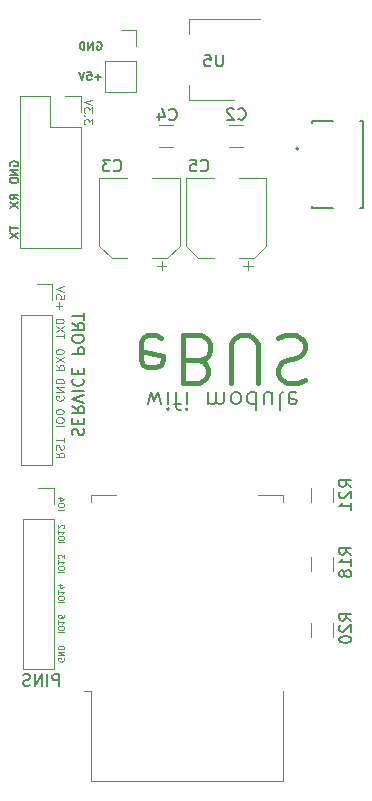
<source format=gbr>
%TF.GenerationSoftware,KiCad,Pcbnew,5.1.5+dfsg1-2build2*%
%TF.CreationDate,2021-11-04T20:27:46+01:00*%
%TF.ProjectId,ebus-esp,65627573-2d65-4737-902e-6b696361645f,rev?*%
%TF.SameCoordinates,Original*%
%TF.FileFunction,Legend,Bot*%
%TF.FilePolarity,Positive*%
%FSLAX46Y46*%
G04 Gerber Fmt 4.6, Leading zero omitted, Abs format (unit mm)*
G04 Created by KiCad (PCBNEW 5.1.5+dfsg1-2build2) date 2021-11-04 20:27:46*
%MOMM*%
%LPD*%
G04 APERTURE LIST*
%ADD10C,0.125000*%
%ADD11C,0.150000*%
%ADD12C,0.200000*%
%ADD13C,0.400000*%
%ADD14C,0.120000*%
%ADD15C,0.127000*%
G04 APERTURE END LIST*
D10*
X101627809Y-125341000D02*
X102127809Y-125341000D01*
X102127809Y-125007666D02*
X102127809Y-124912428D01*
X102104000Y-124864809D01*
X102056380Y-124817190D01*
X101961142Y-124793380D01*
X101794476Y-124793380D01*
X101699238Y-124817190D01*
X101651619Y-124864809D01*
X101627809Y-124912428D01*
X101627809Y-125007666D01*
X101651619Y-125055285D01*
X101699238Y-125102904D01*
X101794476Y-125126714D01*
X101961142Y-125126714D01*
X102056380Y-125102904D01*
X102104000Y-125055285D01*
X102127809Y-125007666D01*
X101961142Y-124364809D02*
X101627809Y-124364809D01*
X102151619Y-124483857D02*
X101794476Y-124602904D01*
X101794476Y-124293380D01*
X101627809Y-128119095D02*
X102127809Y-128119095D01*
X102127809Y-127785761D02*
X102127809Y-127690523D01*
X102104000Y-127642904D01*
X102056380Y-127595285D01*
X101961142Y-127571476D01*
X101794476Y-127571476D01*
X101699238Y-127595285D01*
X101651619Y-127642904D01*
X101627809Y-127690523D01*
X101627809Y-127785761D01*
X101651619Y-127833380D01*
X101699238Y-127881000D01*
X101794476Y-127904809D01*
X101961142Y-127904809D01*
X102056380Y-127881000D01*
X102104000Y-127833380D01*
X102127809Y-127785761D01*
X101627809Y-127095285D02*
X101627809Y-127381000D01*
X101627809Y-127238142D02*
X102127809Y-127238142D01*
X102056380Y-127285761D01*
X102008761Y-127333380D01*
X101984952Y-127381000D01*
X102080190Y-126904809D02*
X102104000Y-126881000D01*
X102127809Y-126833380D01*
X102127809Y-126714333D01*
X102104000Y-126666714D01*
X102080190Y-126642904D01*
X102032571Y-126619095D01*
X101984952Y-126619095D01*
X101913523Y-126642904D01*
X101627809Y-126928619D01*
X101627809Y-126619095D01*
X101627809Y-130659095D02*
X102127809Y-130659095D01*
X102127809Y-130325761D02*
X102127809Y-130230523D01*
X102104000Y-130182904D01*
X102056380Y-130135285D01*
X101961142Y-130111476D01*
X101794476Y-130111476D01*
X101699238Y-130135285D01*
X101651619Y-130182904D01*
X101627809Y-130230523D01*
X101627809Y-130325761D01*
X101651619Y-130373380D01*
X101699238Y-130421000D01*
X101794476Y-130444809D01*
X101961142Y-130444809D01*
X102056380Y-130421000D01*
X102104000Y-130373380D01*
X102127809Y-130325761D01*
X101627809Y-129635285D02*
X101627809Y-129921000D01*
X101627809Y-129778142D02*
X102127809Y-129778142D01*
X102056380Y-129825761D01*
X102008761Y-129873380D01*
X101984952Y-129921000D01*
X102127809Y-129468619D02*
X102127809Y-129159095D01*
X101937333Y-129325761D01*
X101937333Y-129254333D01*
X101913523Y-129206714D01*
X101889714Y-129182904D01*
X101842095Y-129159095D01*
X101723047Y-129159095D01*
X101675428Y-129182904D01*
X101651619Y-129206714D01*
X101627809Y-129254333D01*
X101627809Y-129397190D01*
X101651619Y-129444809D01*
X101675428Y-129468619D01*
X101627809Y-133199095D02*
X102127809Y-133199095D01*
X102127809Y-132865761D02*
X102127809Y-132770523D01*
X102104000Y-132722904D01*
X102056380Y-132675285D01*
X101961142Y-132651476D01*
X101794476Y-132651476D01*
X101699238Y-132675285D01*
X101651619Y-132722904D01*
X101627809Y-132770523D01*
X101627809Y-132865761D01*
X101651619Y-132913380D01*
X101699238Y-132961000D01*
X101794476Y-132984809D01*
X101961142Y-132984809D01*
X102056380Y-132961000D01*
X102104000Y-132913380D01*
X102127809Y-132865761D01*
X101627809Y-132175285D02*
X101627809Y-132461000D01*
X101627809Y-132318142D02*
X102127809Y-132318142D01*
X102056380Y-132365761D01*
X102008761Y-132413380D01*
X101984952Y-132461000D01*
X101961142Y-131746714D02*
X101627809Y-131746714D01*
X102151619Y-131865761D02*
X101794476Y-131984809D01*
X101794476Y-131675285D01*
X101627809Y-135739095D02*
X102127809Y-135739095D01*
X102127809Y-135405761D02*
X102127809Y-135310523D01*
X102104000Y-135262904D01*
X102056380Y-135215285D01*
X101961142Y-135191476D01*
X101794476Y-135191476D01*
X101699238Y-135215285D01*
X101651619Y-135262904D01*
X101627809Y-135310523D01*
X101627809Y-135405761D01*
X101651619Y-135453380D01*
X101699238Y-135501000D01*
X101794476Y-135524809D01*
X101961142Y-135524809D01*
X102056380Y-135501000D01*
X102104000Y-135453380D01*
X102127809Y-135405761D01*
X101627809Y-134715285D02*
X101627809Y-135001000D01*
X101627809Y-134858142D02*
X102127809Y-134858142D01*
X102056380Y-134905761D01*
X102008761Y-134953380D01*
X101984952Y-135001000D01*
X102127809Y-134286714D02*
X102127809Y-134381952D01*
X102104000Y-134429571D01*
X102080190Y-134453380D01*
X102008761Y-134501000D01*
X101913523Y-134524809D01*
X101723047Y-134524809D01*
X101675428Y-134501000D01*
X101651619Y-134477190D01*
X101627809Y-134429571D01*
X101627809Y-134334333D01*
X101651619Y-134286714D01*
X101675428Y-134262904D01*
X101723047Y-134239095D01*
X101842095Y-134239095D01*
X101889714Y-134262904D01*
X101913523Y-134286714D01*
X101937333Y-134334333D01*
X101937333Y-134429571D01*
X101913523Y-134477190D01*
X101889714Y-134501000D01*
X101842095Y-134524809D01*
X102104000Y-137921952D02*
X102127809Y-137969571D01*
X102127809Y-138041000D01*
X102104000Y-138112428D01*
X102056380Y-138160047D01*
X102008761Y-138183857D01*
X101913523Y-138207666D01*
X101842095Y-138207666D01*
X101746857Y-138183857D01*
X101699238Y-138160047D01*
X101651619Y-138112428D01*
X101627809Y-138041000D01*
X101627809Y-137993380D01*
X101651619Y-137921952D01*
X101675428Y-137898142D01*
X101842095Y-137898142D01*
X101842095Y-137993380D01*
X101627809Y-137683857D02*
X102127809Y-137683857D01*
X101627809Y-137398142D01*
X102127809Y-137398142D01*
X101627809Y-137160047D02*
X102127809Y-137160047D01*
X102127809Y-137041000D01*
X102104000Y-136969571D01*
X102056380Y-136921952D01*
X102008761Y-136898142D01*
X101913523Y-136874333D01*
X101842095Y-136874333D01*
X101746857Y-136898142D01*
X101699238Y-136921952D01*
X101651619Y-136969571D01*
X101627809Y-137041000D01*
X101627809Y-137160047D01*
X101677000Y-108342000D02*
X101677000Y-107808666D01*
X101410333Y-108075333D02*
X101943666Y-108075333D01*
X102110333Y-107142000D02*
X102110333Y-107475333D01*
X101777000Y-107508666D01*
X101810333Y-107475333D01*
X101843666Y-107408666D01*
X101843666Y-107242000D01*
X101810333Y-107175333D01*
X101777000Y-107142000D01*
X101710333Y-107108666D01*
X101543666Y-107108666D01*
X101477000Y-107142000D01*
X101443666Y-107175333D01*
X101410333Y-107242000D01*
X101410333Y-107408666D01*
X101443666Y-107475333D01*
X101477000Y-107508666D01*
X102110333Y-106908666D02*
X101410333Y-106675333D01*
X102110333Y-106442000D01*
X102110333Y-110848666D02*
X102110333Y-110448666D01*
X101410333Y-110648666D02*
X102110333Y-110648666D01*
X102110333Y-110282000D02*
X101410333Y-109815333D01*
X102110333Y-109815333D02*
X101410333Y-110282000D01*
X102110333Y-109415333D02*
X102110333Y-109348666D01*
X102077000Y-109282000D01*
X102043666Y-109248666D01*
X101977000Y-109215333D01*
X101843666Y-109182000D01*
X101677000Y-109182000D01*
X101543666Y-109215333D01*
X101477000Y-109248666D01*
X101443666Y-109282000D01*
X101410333Y-109348666D01*
X101410333Y-109415333D01*
X101443666Y-109482000D01*
X101477000Y-109515333D01*
X101543666Y-109548666D01*
X101677000Y-109582000D01*
X101843666Y-109582000D01*
X101977000Y-109548666D01*
X102043666Y-109515333D01*
X102077000Y-109482000D01*
X102110333Y-109415333D01*
X101410333Y-113099000D02*
X101743666Y-113332333D01*
X101410333Y-113499000D02*
X102110333Y-113499000D01*
X102110333Y-113232333D01*
X102077000Y-113165666D01*
X102043666Y-113132333D01*
X101977000Y-113099000D01*
X101877000Y-113099000D01*
X101810333Y-113132333D01*
X101777000Y-113165666D01*
X101743666Y-113232333D01*
X101743666Y-113499000D01*
X102110333Y-112865666D02*
X101410333Y-112399000D01*
X102110333Y-112399000D02*
X101410333Y-112865666D01*
X102110333Y-111999000D02*
X102110333Y-111932333D01*
X102077000Y-111865666D01*
X102043666Y-111832333D01*
X101977000Y-111799000D01*
X101843666Y-111765666D01*
X101677000Y-111765666D01*
X101543666Y-111799000D01*
X101477000Y-111832333D01*
X101443666Y-111865666D01*
X101410333Y-111932333D01*
X101410333Y-111999000D01*
X101443666Y-112065666D01*
X101477000Y-112099000D01*
X101543666Y-112132333D01*
X101677000Y-112165666D01*
X101843666Y-112165666D01*
X101977000Y-112132333D01*
X102043666Y-112099000D01*
X102077000Y-112065666D01*
X102110333Y-111999000D01*
X102077000Y-115722333D02*
X102110333Y-115789000D01*
X102110333Y-115889000D01*
X102077000Y-115989000D01*
X102010333Y-116055666D01*
X101943666Y-116089000D01*
X101810333Y-116122333D01*
X101710333Y-116122333D01*
X101577000Y-116089000D01*
X101510333Y-116055666D01*
X101443666Y-115989000D01*
X101410333Y-115889000D01*
X101410333Y-115822333D01*
X101443666Y-115722333D01*
X101477000Y-115689000D01*
X101710333Y-115689000D01*
X101710333Y-115822333D01*
X101410333Y-115389000D02*
X102110333Y-115389000D01*
X101410333Y-114989000D01*
X102110333Y-114989000D01*
X101410333Y-114655666D02*
X102110333Y-114655666D01*
X102110333Y-114489000D01*
X102077000Y-114389000D01*
X102010333Y-114322333D01*
X101943666Y-114289000D01*
X101810333Y-114255666D01*
X101710333Y-114255666D01*
X101577000Y-114289000D01*
X101510333Y-114322333D01*
X101443666Y-114389000D01*
X101410333Y-114489000D01*
X101410333Y-114655666D01*
X101410333Y-118302000D02*
X102110333Y-118302000D01*
X102110333Y-117835333D02*
X102110333Y-117702000D01*
X102077000Y-117635333D01*
X102010333Y-117568666D01*
X101877000Y-117535333D01*
X101643666Y-117535333D01*
X101510333Y-117568666D01*
X101443666Y-117635333D01*
X101410333Y-117702000D01*
X101410333Y-117835333D01*
X101443666Y-117902000D01*
X101510333Y-117968666D01*
X101643666Y-118002000D01*
X101877000Y-118002000D01*
X102010333Y-117968666D01*
X102077000Y-117902000D01*
X102110333Y-117835333D01*
X102110333Y-117102000D02*
X102110333Y-117035333D01*
X102077000Y-116968666D01*
X102043666Y-116935333D01*
X101977000Y-116902000D01*
X101843666Y-116868666D01*
X101677000Y-116868666D01*
X101543666Y-116902000D01*
X101477000Y-116935333D01*
X101443666Y-116968666D01*
X101410333Y-117035333D01*
X101410333Y-117102000D01*
X101443666Y-117168666D01*
X101477000Y-117202000D01*
X101543666Y-117235333D01*
X101677000Y-117268666D01*
X101843666Y-117268666D01*
X101977000Y-117235333D01*
X102043666Y-117202000D01*
X102077000Y-117168666D01*
X102110333Y-117102000D01*
X101410333Y-120525333D02*
X101743666Y-120758666D01*
X101410333Y-120925333D02*
X102110333Y-120925333D01*
X102110333Y-120658666D01*
X102077000Y-120592000D01*
X102043666Y-120558666D01*
X101977000Y-120525333D01*
X101877000Y-120525333D01*
X101810333Y-120558666D01*
X101777000Y-120592000D01*
X101743666Y-120658666D01*
X101743666Y-120925333D01*
X101443666Y-120258666D02*
X101410333Y-120158666D01*
X101410333Y-119992000D01*
X101443666Y-119925333D01*
X101477000Y-119892000D01*
X101543666Y-119858666D01*
X101610333Y-119858666D01*
X101677000Y-119892000D01*
X101710333Y-119925333D01*
X101743666Y-119992000D01*
X101777000Y-120125333D01*
X101810333Y-120192000D01*
X101843666Y-120225333D01*
X101910333Y-120258666D01*
X101977000Y-120258666D01*
X102043666Y-120225333D01*
X102077000Y-120192000D01*
X102110333Y-120125333D01*
X102110333Y-119958666D01*
X102077000Y-119858666D01*
X102110333Y-119658666D02*
X102110333Y-119258666D01*
X101410333Y-119458666D02*
X102110333Y-119458666D01*
D11*
X101703000Y-140279380D02*
X101703000Y-139279380D01*
X101322047Y-139279380D01*
X101226809Y-139327000D01*
X101179190Y-139374619D01*
X101131571Y-139469857D01*
X101131571Y-139612714D01*
X101179190Y-139707952D01*
X101226809Y-139755571D01*
X101322047Y-139803190D01*
X101703000Y-139803190D01*
X100703000Y-140279380D02*
X100703000Y-139279380D01*
X100226809Y-140279380D02*
X100226809Y-139279380D01*
X99655380Y-140279380D01*
X99655380Y-139279380D01*
X99226809Y-140231761D02*
X99083952Y-140279380D01*
X98845857Y-140279380D01*
X98750619Y-140231761D01*
X98703000Y-140184142D01*
X98655380Y-140088904D01*
X98655380Y-139993666D01*
X98703000Y-139898428D01*
X98750619Y-139850809D01*
X98845857Y-139803190D01*
X99036333Y-139755571D01*
X99131571Y-139707952D01*
X99179190Y-139660333D01*
X99226809Y-139565095D01*
X99226809Y-139469857D01*
X99179190Y-139374619D01*
X99131571Y-139327000D01*
X99036333Y-139279380D01*
X98798238Y-139279380D01*
X98655380Y-139327000D01*
X102846238Y-119061857D02*
X102798619Y-118919000D01*
X102798619Y-118680904D01*
X102846238Y-118585666D01*
X102893857Y-118538047D01*
X102989095Y-118490428D01*
X103084333Y-118490428D01*
X103179571Y-118538047D01*
X103227190Y-118585666D01*
X103274809Y-118680904D01*
X103322428Y-118871380D01*
X103370047Y-118966619D01*
X103417666Y-119014238D01*
X103512904Y-119061857D01*
X103608142Y-119061857D01*
X103703380Y-119014238D01*
X103751000Y-118966619D01*
X103798619Y-118871380D01*
X103798619Y-118633285D01*
X103751000Y-118490428D01*
X103322428Y-118061857D02*
X103322428Y-117728523D01*
X102798619Y-117585666D02*
X102798619Y-118061857D01*
X103798619Y-118061857D01*
X103798619Y-117585666D01*
X102798619Y-116585666D02*
X103274809Y-116919000D01*
X102798619Y-117157095D02*
X103798619Y-117157095D01*
X103798619Y-116776142D01*
X103751000Y-116680904D01*
X103703380Y-116633285D01*
X103608142Y-116585666D01*
X103465285Y-116585666D01*
X103370047Y-116633285D01*
X103322428Y-116680904D01*
X103274809Y-116776142D01*
X103274809Y-117157095D01*
X103798619Y-116299952D02*
X102798619Y-115966619D01*
X103798619Y-115633285D01*
X102798619Y-115299952D02*
X103798619Y-115299952D01*
X102893857Y-114252333D02*
X102846238Y-114299952D01*
X102798619Y-114442809D01*
X102798619Y-114538047D01*
X102846238Y-114680904D01*
X102941476Y-114776142D01*
X103036714Y-114823761D01*
X103227190Y-114871380D01*
X103370047Y-114871380D01*
X103560523Y-114823761D01*
X103655761Y-114776142D01*
X103751000Y-114680904D01*
X103798619Y-114538047D01*
X103798619Y-114442809D01*
X103751000Y-114299952D01*
X103703380Y-114252333D01*
X103322428Y-113823761D02*
X103322428Y-113490428D01*
X102798619Y-113347571D02*
X102798619Y-113823761D01*
X103798619Y-113823761D01*
X103798619Y-113347571D01*
X102798619Y-112157095D02*
X103798619Y-112157095D01*
X103798619Y-111776142D01*
X103751000Y-111680904D01*
X103703380Y-111633285D01*
X103608142Y-111585666D01*
X103465285Y-111585666D01*
X103370047Y-111633285D01*
X103322428Y-111680904D01*
X103274809Y-111776142D01*
X103274809Y-112157095D01*
X103798619Y-110966619D02*
X103798619Y-110776142D01*
X103751000Y-110680904D01*
X103655761Y-110585666D01*
X103465285Y-110538047D01*
X103131952Y-110538047D01*
X102941476Y-110585666D01*
X102846238Y-110680904D01*
X102798619Y-110776142D01*
X102798619Y-110966619D01*
X102846238Y-111061857D01*
X102941476Y-111157095D01*
X103131952Y-111204714D01*
X103465285Y-111204714D01*
X103655761Y-111157095D01*
X103751000Y-111061857D01*
X103798619Y-110966619D01*
X102798619Y-109538047D02*
X103274809Y-109871380D01*
X102798619Y-110109476D02*
X103798619Y-110109476D01*
X103798619Y-109728523D01*
X103751000Y-109633285D01*
X103703380Y-109585666D01*
X103608142Y-109538047D01*
X103465285Y-109538047D01*
X103370047Y-109585666D01*
X103322428Y-109633285D01*
X103274809Y-109728523D01*
X103274809Y-110109476D01*
X103798619Y-109252333D02*
X103798619Y-108680904D01*
X102798619Y-108966619D02*
X103798619Y-108966619D01*
X105294000Y-88696000D02*
X104760666Y-88696000D01*
X105027333Y-88962666D02*
X105027333Y-88429333D01*
X104094000Y-88262666D02*
X104427333Y-88262666D01*
X104460666Y-88596000D01*
X104427333Y-88562666D01*
X104360666Y-88529333D01*
X104194000Y-88529333D01*
X104127333Y-88562666D01*
X104094000Y-88596000D01*
X104060666Y-88662666D01*
X104060666Y-88829333D01*
X104094000Y-88896000D01*
X104127333Y-88929333D01*
X104194000Y-88962666D01*
X104360666Y-88962666D01*
X104427333Y-88929333D01*
X104460666Y-88896000D01*
X103860666Y-88262666D02*
X103627333Y-88962666D01*
X103394000Y-88262666D01*
X104927333Y-85756000D02*
X104994000Y-85722666D01*
X105094000Y-85722666D01*
X105194000Y-85756000D01*
X105260666Y-85822666D01*
X105294000Y-85889333D01*
X105327333Y-86022666D01*
X105327333Y-86122666D01*
X105294000Y-86256000D01*
X105260666Y-86322666D01*
X105194000Y-86389333D01*
X105094000Y-86422666D01*
X105027333Y-86422666D01*
X104927333Y-86389333D01*
X104894000Y-86356000D01*
X104894000Y-86122666D01*
X105027333Y-86122666D01*
X104594000Y-86422666D02*
X104594000Y-85722666D01*
X104194000Y-86422666D01*
X104194000Y-85722666D01*
X103860666Y-86422666D02*
X103860666Y-85722666D01*
X103694000Y-85722666D01*
X103594000Y-85756000D01*
X103527333Y-85822666D01*
X103494000Y-85889333D01*
X103460666Y-86022666D01*
X103460666Y-86122666D01*
X103494000Y-86256000D01*
X103527333Y-86322666D01*
X103594000Y-86389333D01*
X103694000Y-86422666D01*
X103860666Y-86422666D01*
D10*
X104523333Y-92727333D02*
X104523333Y-92294000D01*
X104256666Y-92527333D01*
X104256666Y-92427333D01*
X104223333Y-92360666D01*
X104190000Y-92327333D01*
X104123333Y-92294000D01*
X103956666Y-92294000D01*
X103890000Y-92327333D01*
X103856666Y-92360666D01*
X103823333Y-92427333D01*
X103823333Y-92627333D01*
X103856666Y-92694000D01*
X103890000Y-92727333D01*
X103890000Y-91994000D02*
X103856666Y-91960666D01*
X103823333Y-91994000D01*
X103856666Y-92027333D01*
X103890000Y-91994000D01*
X103823333Y-91994000D01*
X104523333Y-91727333D02*
X104523333Y-91294000D01*
X104256666Y-91527333D01*
X104256666Y-91427333D01*
X104223333Y-91360666D01*
X104190000Y-91327333D01*
X104123333Y-91294000D01*
X103956666Y-91294000D01*
X103890000Y-91327333D01*
X103856666Y-91360666D01*
X103823333Y-91427333D01*
X103823333Y-91627333D01*
X103856666Y-91694000D01*
X103890000Y-91727333D01*
X104523333Y-91094000D02*
X103823333Y-90860666D01*
X104523333Y-90627333D01*
D11*
X98233666Y-99070333D02*
X97900333Y-98837000D01*
X98233666Y-98670333D02*
X97533666Y-98670333D01*
X97533666Y-98937000D01*
X97567000Y-99003666D01*
X97600333Y-99037000D01*
X97667000Y-99070333D01*
X97767000Y-99070333D01*
X97833666Y-99037000D01*
X97867000Y-99003666D01*
X97900333Y-98937000D01*
X97900333Y-98670333D01*
X97533666Y-99303666D02*
X98233666Y-99770333D01*
X97533666Y-99770333D02*
X98233666Y-99303666D01*
X97533666Y-101320666D02*
X97533666Y-101720666D01*
X98233666Y-101520666D02*
X97533666Y-101520666D01*
X97533666Y-101887333D02*
X98233666Y-102354000D01*
X97533666Y-102354000D02*
X98233666Y-101887333D01*
X97567000Y-96240666D02*
X97533666Y-96174000D01*
X97533666Y-96074000D01*
X97567000Y-95974000D01*
X97633666Y-95907333D01*
X97700333Y-95874000D01*
X97833666Y-95840666D01*
X97933666Y-95840666D01*
X98067000Y-95874000D01*
X98133666Y-95907333D01*
X98200333Y-95974000D01*
X98233666Y-96074000D01*
X98233666Y-96140666D01*
X98200333Y-96240666D01*
X98167000Y-96274000D01*
X97933666Y-96274000D01*
X97933666Y-96140666D01*
X98233666Y-96574000D02*
X97533666Y-96574000D01*
X98233666Y-96974000D01*
X97533666Y-96974000D01*
X98233666Y-97307333D02*
X97533666Y-97307333D01*
X97533666Y-97474000D01*
X97567000Y-97574000D01*
X97633666Y-97640666D01*
X97700333Y-97674000D01*
X97833666Y-97707333D01*
X97933666Y-97707333D01*
X98067000Y-97674000D01*
X98133666Y-97640666D01*
X98200333Y-97574000D01*
X98233666Y-97474000D01*
X98233666Y-97307333D01*
D12*
X109212857Y-116399428D02*
X109498571Y-115399428D01*
X109784285Y-116113714D01*
X110070000Y-115399428D01*
X110355714Y-116399428D01*
X110927142Y-115399428D02*
X110927142Y-116399428D01*
X110927142Y-116899428D02*
X110855714Y-116828000D01*
X110927142Y-116756571D01*
X110998571Y-116828000D01*
X110927142Y-116899428D01*
X110927142Y-116756571D01*
X111427142Y-116399428D02*
X111998571Y-116399428D01*
X111641428Y-115399428D02*
X111641428Y-116685142D01*
X111712857Y-116828000D01*
X111855714Y-116899428D01*
X111998571Y-116899428D01*
X112498571Y-115399428D02*
X112498571Y-116399428D01*
X112498571Y-116899428D02*
X112427142Y-116828000D01*
X112498571Y-116756571D01*
X112570000Y-116828000D01*
X112498571Y-116899428D01*
X112498571Y-116756571D01*
X114355714Y-115399428D02*
X114355714Y-116399428D01*
X114355714Y-116256571D02*
X114427142Y-116328000D01*
X114570000Y-116399428D01*
X114784285Y-116399428D01*
X114927142Y-116328000D01*
X114998571Y-116185142D01*
X114998571Y-115399428D01*
X114998571Y-116185142D02*
X115070000Y-116328000D01*
X115212857Y-116399428D01*
X115427142Y-116399428D01*
X115570000Y-116328000D01*
X115641428Y-116185142D01*
X115641428Y-115399428D01*
X116570000Y-115399428D02*
X116427142Y-115470857D01*
X116355714Y-115542285D01*
X116284285Y-115685142D01*
X116284285Y-116113714D01*
X116355714Y-116256571D01*
X116427142Y-116328000D01*
X116570000Y-116399428D01*
X116784285Y-116399428D01*
X116927142Y-116328000D01*
X116998571Y-116256571D01*
X117070000Y-116113714D01*
X117070000Y-115685142D01*
X116998571Y-115542285D01*
X116927142Y-115470857D01*
X116784285Y-115399428D01*
X116570000Y-115399428D01*
X118355714Y-115399428D02*
X118355714Y-116899428D01*
X118355714Y-115470857D02*
X118212857Y-115399428D01*
X117927142Y-115399428D01*
X117784285Y-115470857D01*
X117712857Y-115542285D01*
X117641428Y-115685142D01*
X117641428Y-116113714D01*
X117712857Y-116256571D01*
X117784285Y-116328000D01*
X117927142Y-116399428D01*
X118212857Y-116399428D01*
X118355714Y-116328000D01*
X119712857Y-116399428D02*
X119712857Y-115399428D01*
X119070000Y-116399428D02*
X119070000Y-115613714D01*
X119141428Y-115470857D01*
X119284285Y-115399428D01*
X119498571Y-115399428D01*
X119641428Y-115470857D01*
X119712857Y-115542285D01*
X120641428Y-115399428D02*
X120498571Y-115470857D01*
X120427142Y-115613714D01*
X120427142Y-116899428D01*
X121784285Y-115470857D02*
X121641428Y-115399428D01*
X121355714Y-115399428D01*
X121212857Y-115470857D01*
X121141428Y-115613714D01*
X121141428Y-116185142D01*
X121212857Y-116328000D01*
X121355714Y-116399428D01*
X121641428Y-116399428D01*
X121784285Y-116328000D01*
X121855714Y-116185142D01*
X121855714Y-116042285D01*
X121141428Y-115899428D01*
D13*
X110331904Y-110775952D02*
X109950952Y-110585476D01*
X109189047Y-110585476D01*
X108808095Y-110775952D01*
X108617619Y-111156904D01*
X108617619Y-112680714D01*
X108808095Y-113061666D01*
X109189047Y-113252142D01*
X109950952Y-113252142D01*
X110331904Y-113061666D01*
X110522380Y-112680714D01*
X110522380Y-112299761D01*
X108617619Y-111918809D01*
X113570000Y-112680714D02*
X114141428Y-112490238D01*
X114331904Y-112299761D01*
X114522380Y-111918809D01*
X114522380Y-111347380D01*
X114331904Y-110966428D01*
X114141428Y-110775952D01*
X113760476Y-110585476D01*
X112236666Y-110585476D01*
X112236666Y-114585476D01*
X113570000Y-114585476D01*
X113950952Y-114395000D01*
X114141428Y-114204523D01*
X114331904Y-113823571D01*
X114331904Y-113442619D01*
X114141428Y-113061666D01*
X113950952Y-112871190D01*
X113570000Y-112680714D01*
X112236666Y-112680714D01*
X116236666Y-114585476D02*
X116236666Y-111347380D01*
X116427142Y-110966428D01*
X116617619Y-110775952D01*
X116998571Y-110585476D01*
X117760476Y-110585476D01*
X118141428Y-110775952D01*
X118331904Y-110966428D01*
X118522380Y-111347380D01*
X118522380Y-114585476D01*
X120236666Y-110775952D02*
X120808095Y-110585476D01*
X121760476Y-110585476D01*
X122141428Y-110775952D01*
X122331904Y-110966428D01*
X122522380Y-111347380D01*
X122522380Y-111728333D01*
X122331904Y-112109285D01*
X122141428Y-112299761D01*
X121760476Y-112490238D01*
X120998571Y-112680714D01*
X120617619Y-112871190D01*
X120427142Y-113061666D01*
X120236666Y-113442619D01*
X120236666Y-113823571D01*
X120427142Y-114204523D01*
X120617619Y-114395000D01*
X120998571Y-114585476D01*
X121950952Y-114585476D01*
X122522380Y-114395000D01*
D14*
%TO.C,J7*%
X103565000Y-103184000D02*
X98365000Y-103184000D01*
X103565000Y-92964000D02*
X103565000Y-103184000D01*
X98365000Y-90364000D02*
X98365000Y-103184000D01*
X103565000Y-92964000D02*
X100965000Y-92964000D01*
X100965000Y-92964000D02*
X100965000Y-90364000D01*
X100965000Y-90364000D02*
X98365000Y-90364000D01*
X103565000Y-91694000D02*
X103565000Y-90364000D01*
X103565000Y-90364000D02*
X102235000Y-90364000D01*
%TO.C,R21*%
X124862000Y-123476936D02*
X124862000Y-124681064D01*
X123042000Y-123476936D02*
X123042000Y-124681064D01*
D12*
%TO.C,J2*%
X121984000Y-94789000D02*
G75*
G03X121984000Y-94789000I-100000J0D01*
G01*
D15*
X127434000Y-92439000D02*
X127434000Y-99839000D01*
X127164000Y-99839000D02*
X127434000Y-99839000D01*
X127434000Y-92439000D02*
X127164000Y-92439000D01*
X123134000Y-99839000D02*
X123134000Y-99659000D01*
X123134000Y-92439000D02*
X123134000Y-92619000D01*
X123134000Y-99839000D02*
X124889000Y-99839000D01*
X123134000Y-92439000D02*
X124889000Y-92439000D01*
D14*
%TO.C,U6*%
X104402000Y-148340200D02*
X120642000Y-148340200D01*
X120642000Y-148340200D02*
X120642000Y-140720200D01*
X120642000Y-124720200D02*
X120642000Y-124100200D01*
X120642000Y-124100200D02*
X118522000Y-124100200D01*
X106522000Y-124100200D02*
X104402000Y-124100200D01*
X104402000Y-124100200D02*
X104402000Y-124720200D01*
X104402000Y-140720200D02*
X104402000Y-148340200D01*
X104402000Y-140720200D02*
X103792000Y-140720200D01*
%TO.C,U5*%
X112720200Y-90659000D02*
X112720200Y-89399000D01*
X112720200Y-83839000D02*
X112720200Y-85099000D01*
X116480200Y-90659000D02*
X112720200Y-90659000D01*
X118730200Y-83839000D02*
X112720200Y-83839000D01*
%TO.C,R20*%
X124862000Y-136111064D02*
X124862000Y-134906936D01*
X123042000Y-136111064D02*
X123042000Y-134906936D01*
%TO.C,R18*%
X123042000Y-129318936D02*
X123042000Y-130523064D01*
X124862000Y-129318936D02*
X124862000Y-130523064D01*
%TO.C,J6*%
X108264000Y-89976000D02*
X105604000Y-89976000D01*
X108264000Y-87376000D02*
X108264000Y-89976000D01*
X105604000Y-87376000D02*
X105604000Y-89976000D01*
X108264000Y-87376000D02*
X105604000Y-87376000D01*
X108264000Y-86106000D02*
X108264000Y-84776000D01*
X108264000Y-84776000D02*
X106934000Y-84776000D01*
%TO.C,J5*%
X101279000Y-138871000D02*
X98619000Y-138871000D01*
X101279000Y-126111000D02*
X101279000Y-138871000D01*
X98619000Y-126111000D02*
X98619000Y-138871000D01*
X101279000Y-126111000D02*
X98619000Y-126111000D01*
X101279000Y-124841000D02*
X101279000Y-123511000D01*
X101279000Y-123511000D02*
X99949000Y-123511000D01*
%TO.C,J4*%
X101152000Y-121599000D02*
X98492000Y-121599000D01*
X101152000Y-108839000D02*
X101152000Y-121599000D01*
X98492000Y-108839000D02*
X98492000Y-121599000D01*
X101152000Y-108839000D02*
X98492000Y-108839000D01*
X101152000Y-107569000D02*
X101152000Y-106239000D01*
X101152000Y-106239000D02*
X99822000Y-106239000D01*
%TO.C,C5*%
X112439400Y-97250200D02*
X114789400Y-97250200D01*
X119259400Y-97250200D02*
X116909400Y-97250200D01*
X119259400Y-103005763D02*
X119259400Y-97250200D01*
X112439400Y-103005763D02*
X112439400Y-97250200D01*
X113503837Y-104070200D02*
X114789400Y-104070200D01*
X118194963Y-104070200D02*
X116909400Y-104070200D01*
X118194963Y-104070200D02*
X119259400Y-103005763D01*
X113503837Y-104070200D02*
X112439400Y-103005763D01*
X117696900Y-105097700D02*
X117696900Y-104310200D01*
X118090650Y-104703950D02*
X117303150Y-104703950D01*
%TO.C,C4*%
X110141936Y-94636000D02*
X111346064Y-94636000D01*
X110141936Y-92816000D02*
X111346064Y-92816000D01*
%TO.C,C3*%
X105124200Y-97250200D02*
X107474200Y-97250200D01*
X111944200Y-97250200D02*
X109594200Y-97250200D01*
X111944200Y-103005763D02*
X111944200Y-97250200D01*
X105124200Y-103005763D02*
X105124200Y-97250200D01*
X106188637Y-104070200D02*
X107474200Y-104070200D01*
X110879763Y-104070200D02*
X109594200Y-104070200D01*
X110879763Y-104070200D02*
X111944200Y-103005763D01*
X106188637Y-104070200D02*
X105124200Y-103005763D01*
X110381700Y-105097700D02*
X110381700Y-104310200D01*
X110775450Y-104703950D02*
X109987950Y-104703950D01*
%TO.C,C2*%
X117315064Y-92816000D02*
X116110936Y-92816000D01*
X117315064Y-94636000D02*
X116110936Y-94636000D01*
%TO.C,R21*%
D11*
X126436380Y-123436142D02*
X125960190Y-123102809D01*
X126436380Y-122864714D02*
X125436380Y-122864714D01*
X125436380Y-123245666D01*
X125484000Y-123340904D01*
X125531619Y-123388523D01*
X125626857Y-123436142D01*
X125769714Y-123436142D01*
X125864952Y-123388523D01*
X125912571Y-123340904D01*
X125960190Y-123245666D01*
X125960190Y-122864714D01*
X125531619Y-123817095D02*
X125484000Y-123864714D01*
X125436380Y-123959952D01*
X125436380Y-124198047D01*
X125484000Y-124293285D01*
X125531619Y-124340904D01*
X125626857Y-124388523D01*
X125722095Y-124388523D01*
X125864952Y-124340904D01*
X126436380Y-123769476D01*
X126436380Y-124388523D01*
X126436380Y-125340904D02*
X126436380Y-124769476D01*
X126436380Y-125055190D02*
X125436380Y-125055190D01*
X125579238Y-124959952D01*
X125674476Y-124864714D01*
X125722095Y-124769476D01*
%TO.C,U5*%
X115569904Y-86828380D02*
X115569904Y-87637904D01*
X115522285Y-87733142D01*
X115474666Y-87780761D01*
X115379428Y-87828380D01*
X115188952Y-87828380D01*
X115093714Y-87780761D01*
X115046095Y-87733142D01*
X114998476Y-87637904D01*
X114998476Y-86828380D01*
X114046095Y-86828380D02*
X114522285Y-86828380D01*
X114569904Y-87304571D01*
X114522285Y-87256952D01*
X114427047Y-87209333D01*
X114188952Y-87209333D01*
X114093714Y-87256952D01*
X114046095Y-87304571D01*
X113998476Y-87399809D01*
X113998476Y-87637904D01*
X114046095Y-87733142D01*
X114093714Y-87780761D01*
X114188952Y-87828380D01*
X114427047Y-87828380D01*
X114522285Y-87780761D01*
X114569904Y-87733142D01*
%TO.C,R20*%
X126436380Y-134739142D02*
X125960190Y-134405809D01*
X126436380Y-134167714D02*
X125436380Y-134167714D01*
X125436380Y-134548666D01*
X125484000Y-134643904D01*
X125531619Y-134691523D01*
X125626857Y-134739142D01*
X125769714Y-134739142D01*
X125864952Y-134691523D01*
X125912571Y-134643904D01*
X125960190Y-134548666D01*
X125960190Y-134167714D01*
X125531619Y-135120095D02*
X125484000Y-135167714D01*
X125436380Y-135262952D01*
X125436380Y-135501047D01*
X125484000Y-135596285D01*
X125531619Y-135643904D01*
X125626857Y-135691523D01*
X125722095Y-135691523D01*
X125864952Y-135643904D01*
X126436380Y-135072476D01*
X126436380Y-135691523D01*
X125436380Y-136310571D02*
X125436380Y-136405809D01*
X125484000Y-136501047D01*
X125531619Y-136548666D01*
X125626857Y-136596285D01*
X125817333Y-136643904D01*
X126055428Y-136643904D01*
X126245904Y-136596285D01*
X126341142Y-136548666D01*
X126388761Y-136501047D01*
X126436380Y-136405809D01*
X126436380Y-136310571D01*
X126388761Y-136215333D01*
X126341142Y-136167714D01*
X126245904Y-136120095D01*
X126055428Y-136072476D01*
X125817333Y-136072476D01*
X125626857Y-136120095D01*
X125531619Y-136167714D01*
X125484000Y-136215333D01*
X125436380Y-136310571D01*
%TO.C,R18*%
X126436380Y-129151142D02*
X125960190Y-128817809D01*
X126436380Y-128579714D02*
X125436380Y-128579714D01*
X125436380Y-128960666D01*
X125484000Y-129055904D01*
X125531619Y-129103523D01*
X125626857Y-129151142D01*
X125769714Y-129151142D01*
X125864952Y-129103523D01*
X125912571Y-129055904D01*
X125960190Y-128960666D01*
X125960190Y-128579714D01*
X126436380Y-130103523D02*
X126436380Y-129532095D01*
X126436380Y-129817809D02*
X125436380Y-129817809D01*
X125579238Y-129722571D01*
X125674476Y-129627333D01*
X125722095Y-129532095D01*
X125864952Y-130674952D02*
X125817333Y-130579714D01*
X125769714Y-130532095D01*
X125674476Y-130484476D01*
X125626857Y-130484476D01*
X125531619Y-130532095D01*
X125484000Y-130579714D01*
X125436380Y-130674952D01*
X125436380Y-130865428D01*
X125484000Y-130960666D01*
X125531619Y-131008285D01*
X125626857Y-131055904D01*
X125674476Y-131055904D01*
X125769714Y-131008285D01*
X125817333Y-130960666D01*
X125864952Y-130865428D01*
X125864952Y-130674952D01*
X125912571Y-130579714D01*
X125960190Y-130532095D01*
X126055428Y-130484476D01*
X126245904Y-130484476D01*
X126341142Y-130532095D01*
X126388761Y-130579714D01*
X126436380Y-130674952D01*
X126436380Y-130865428D01*
X126388761Y-130960666D01*
X126341142Y-131008285D01*
X126245904Y-131055904D01*
X126055428Y-131055904D01*
X125960190Y-131008285D01*
X125912571Y-130960666D01*
X125864952Y-130865428D01*
%TO.C,C5*%
X113704666Y-96623142D02*
X113752285Y-96670761D01*
X113895142Y-96718380D01*
X113990380Y-96718380D01*
X114133238Y-96670761D01*
X114228476Y-96575523D01*
X114276095Y-96480285D01*
X114323714Y-96289809D01*
X114323714Y-96146952D01*
X114276095Y-95956476D01*
X114228476Y-95861238D01*
X114133238Y-95766000D01*
X113990380Y-95718380D01*
X113895142Y-95718380D01*
X113752285Y-95766000D01*
X113704666Y-95813619D01*
X112799904Y-95718380D02*
X113276095Y-95718380D01*
X113323714Y-96194571D01*
X113276095Y-96146952D01*
X113180857Y-96099333D01*
X112942761Y-96099333D01*
X112847523Y-96146952D01*
X112799904Y-96194571D01*
X112752285Y-96289809D01*
X112752285Y-96527904D01*
X112799904Y-96623142D01*
X112847523Y-96670761D01*
X112942761Y-96718380D01*
X113180857Y-96718380D01*
X113276095Y-96670761D01*
X113323714Y-96623142D01*
%TO.C,C4*%
X111037666Y-92305142D02*
X111085285Y-92352761D01*
X111228142Y-92400380D01*
X111323380Y-92400380D01*
X111466238Y-92352761D01*
X111561476Y-92257523D01*
X111609095Y-92162285D01*
X111656714Y-91971809D01*
X111656714Y-91828952D01*
X111609095Y-91638476D01*
X111561476Y-91543238D01*
X111466238Y-91448000D01*
X111323380Y-91400380D01*
X111228142Y-91400380D01*
X111085285Y-91448000D01*
X111037666Y-91495619D01*
X110180523Y-91733714D02*
X110180523Y-92400380D01*
X110418619Y-91352761D02*
X110656714Y-92067047D01*
X110037666Y-92067047D01*
%TO.C,C3*%
X106338666Y-96623142D02*
X106386285Y-96670761D01*
X106529142Y-96718380D01*
X106624380Y-96718380D01*
X106767238Y-96670761D01*
X106862476Y-96575523D01*
X106910095Y-96480285D01*
X106957714Y-96289809D01*
X106957714Y-96146952D01*
X106910095Y-95956476D01*
X106862476Y-95861238D01*
X106767238Y-95766000D01*
X106624380Y-95718380D01*
X106529142Y-95718380D01*
X106386285Y-95766000D01*
X106338666Y-95813619D01*
X106005333Y-95718380D02*
X105386285Y-95718380D01*
X105719619Y-96099333D01*
X105576761Y-96099333D01*
X105481523Y-96146952D01*
X105433904Y-96194571D01*
X105386285Y-96289809D01*
X105386285Y-96527904D01*
X105433904Y-96623142D01*
X105481523Y-96670761D01*
X105576761Y-96718380D01*
X105862476Y-96718380D01*
X105957714Y-96670761D01*
X106005333Y-96623142D01*
%TO.C,C2*%
X116879666Y-92263142D02*
X116927285Y-92310761D01*
X117070142Y-92358380D01*
X117165380Y-92358380D01*
X117308238Y-92310761D01*
X117403476Y-92215523D01*
X117451095Y-92120285D01*
X117498714Y-91929809D01*
X117498714Y-91786952D01*
X117451095Y-91596476D01*
X117403476Y-91501238D01*
X117308238Y-91406000D01*
X117165380Y-91358380D01*
X117070142Y-91358380D01*
X116927285Y-91406000D01*
X116879666Y-91453619D01*
X116498714Y-91453619D02*
X116451095Y-91406000D01*
X116355857Y-91358380D01*
X116117761Y-91358380D01*
X116022523Y-91406000D01*
X115974904Y-91453619D01*
X115927285Y-91548857D01*
X115927285Y-91644095D01*
X115974904Y-91786952D01*
X116546333Y-92358380D01*
X115927285Y-92358380D01*
%TD*%
M02*

</source>
